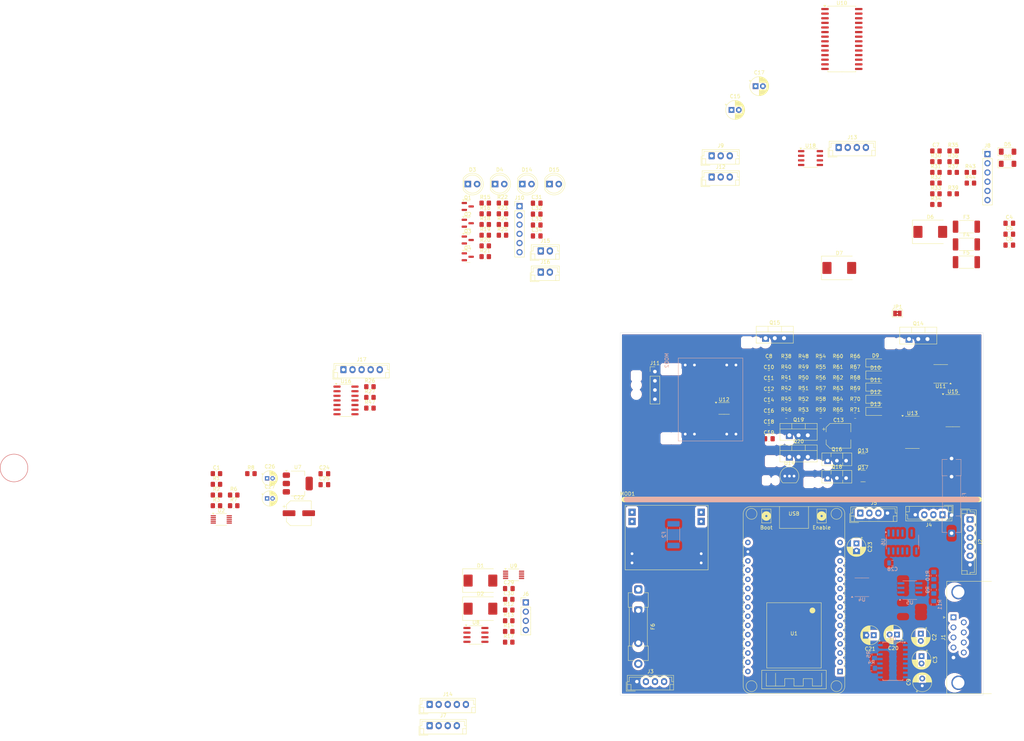
<source format=kicad_pcb>
(kicad_pcb (version 20240108) (generator "pcbnew") (generator_version "8.0")
  (layers (0 "F.Cu" signal) (31 "B.Cu" signal) (34 "B.Paste" user) (35 "F.Paste" user) (36 "B.SilkS" user "B.Silkscreen") (37 "F.SilkS" user "F.Silkscreen") (38 "B.Mask" user) (39 "F.Mask" user) (44 "Edge.Cuts" user))
  (net 0 "")
  (net 1 "GND")
  (net 2 "VOLTAGE_BATT_12V")
  (net 3 "VREF_2V5")
  (net 4 "Net-(U13A--)")
  (net 5 "+5V")
  (net 6 "Net-(U13B--)")
  (net 7 "Net-(U18B-+)")
  (net 8 "Net-(Q19-B)")
  (net 9 "Net-(Q20-B)")
  (net 10 "TEMP_HEAT_SINK_12V")
  (net 11 "TEMP_HEAT_SINK_24V")
  (net 12 "TEMP_AKU_24V")
  (net 13 "TEMP_AKU_12V")
  (net 14 "Net-(J13-Pin_1)")
  (net 15 "Net-(J13-Pin_2)")
  (net 16 "Net-(Q13-C)")
  (net 17 "Net-(Q16-B)")
  (net 18 "Net-(Q17-C)")
  (net 19 "Net-(Q17-B)")
  (net 20 "Net-(Q18-B)")
  (net 21 "Net-(Q19-E)")
  (net 22 "Net-(Q20-E)")
  (net 23 "BALANCE_ON_24V")
  (net 24 "BALANCE_ON_12V")
  (net 25 "Net-(J9-Pin_3)")
  (net 26 "Net-(J9-Pin_2)")
  (net 27 "Net-(J12-Pin_3)")
  (net 28 "PWM_OUT1")
  (net 29 "Net-(U18B--)")
  (net 30 "PWM_OUT2")
  (net 31 "R_shunt")
  (net 32 "7_SEG_DISP_CLOCK")
  (net 33 "+3V3")
  (net 34 "Net-(MOD1-OUT+)")
  (net 35 "Net-(U1-EN)")
  (net 36 "7_SEG_DISP_LATCH")
  (net 37 "Net-(U3-T1IN)")
  (net 38 "Net-(U3-R1IN)")
  (net 40 "Net-(J2-Pin_2)")
  (net 42 "Net-(J2-Pin_3)")
  (net 43 "SDA_ESP")
  (net 44 "Net-(J2-Pin_4)")
  (net 45 "Net-(J2-Pin_5)")
  (net 46 "CLOCK_ESP")
  (net 47 "Net-(J7-Pin_4)")
  (net 48 "INVERTER_TX")
  (net 49 "Net-(J7-Pin_3)")
  (net 50 "CO2_SENSOR")
  (net 51 "7_SEG_DISP_DATA")
  (net 52 "METER_GRID_TX")
  (net 53 "LCD_DISP_DATA")
  (net 54 "H2_SENSOR")
  (net 55 "RS485_TX_ESP")
  (net 56 "RST")
  (net 57 "/RS485_B")
  (net 58 "/RS485_A")
  (net 59 "SDA")
  (net 60 "CLOCK")
  (net 61 "RS485_OUTPUT_ENABLE")
  (net 62 "RS232_RX")
  (net 63 "RS232_TX")
  (net 64 "METER_PV_RX")
  (net 65 "INVERTER_RX")
  (net 66 "LCD_DISP_LATCH")
  (net 67 "METER_GRID_RX")
  (net 68 "METER_PV_TX")
  (net 69 "METER_MAIN_TX")
  (net 70 "PGD")
  (net 71 "PGC")
  (net 72 "DBG_UART")
  (net 73 "Net-(D8-K)")
  (net 74 "+BATT_12V")
  (net 75 "GNDA")
  (net 76 "Net-(D9-K)")
  (net 77 "Net-(MOD2-OUT+)")
  (net 78 "+BATT_24V")
  (net 79 "Net-(J12-Pin_2)")
  (net 80 "Net-(Q13-B)")
  (net 81 "Net-(Q14-E)")
  (net 82 "Net-(Q14-B)")
  (net 83 "Net-(Q15-B)")
  (net 84 "Net-(Q15-E)")
  (net 86 "METER_MAIN_RX")
  (net 87 "DISP_DATA")
  (net 88 "Net-(J3-Pin_2)")
  (net 90 "Net-(J3-Pin_3)")
  (net 93 "Net-(U3-C1+)")
  (net 94 "Net-(U3-C1-)")
  (net 95 "Net-(U3-C2+)")
  (net 96 "Net-(U3-C2-)")
  (net 97 "Net-(U3-VS-)")
  (net 98 "Net-(U3-VS+)")
  (net 99 "Net-(J2-Pin_1)")
  (net 100 "Net-(J3-Pin_4)")
  (net 101 "/INV_RX_RS232")
  (net 104 "/INV_TX_RS232")
  (net 109 "Net-(J4-Pin_2)")
  (net 110 "Net-(J4-Pin_3)")
  (net 111 "Net-(J5-Pin_3)")
  (net 112 "Net-(J5-Pin_2)")
  (net 117 "RS485_OUTPUT_ENABLE_ESP")
  (net 118 "DISP_CLOCK")
  (net 119 "DISP_LATCH")
  (net 120 "RS485_RX_ESP")
  (net 121 "RS232_RX_ESP")
  (net 122 "RS232_TX_ESP")
  (net 124 "+12V")
  (net 125 "Net-(U18A-+)")
  (net 126 "Net-(U15C--)")
  (net 127 "Net-(U15D--)")
  (net 128 "Net-(U15B--)")
  (net 129 "Net-(U15A--)")
  (net 130 "Net-(U18A--)")
  (net 131 "Net-(U13C--)")
  (net 132 "Net-(U13D--)")
  (net 133 "Net-(J15-Pin_1)")
  (net 134 "Net-(J16-Pin_1)")
  (net 135 "Net-(D3-A)")
  (net 136 "Net-(D4-A)")
  (net 137 "Net-(D14-A)")
  (net 138 "Net-(D15-A)")
  (net 139 "RB1")
  (net 140 "RC0")
  (net 141 "RB0")
  (net 142 "RA7")
  (net 143 "Net-(Q1-B)")
  (net 144 "Net-(Q1-C)")
  (net 145 "Net-(Q2-C)")
  (net 146 "Net-(Q2-B)")
  (net 147 "Net-(Q3-C)")
  (net 148 "Net-(Q3-B)")
  (net 149 "Net-(Q4-B)")
  (net 150 "Net-(Q4-C)")
  (net 151 "Net-(R15-Pad2)")
  (net 152 "Net-(R16-Pad2)")
  (net 153 "LED1")
  (net 154 "LED2")
  (net 155 "LCD_DISP_CLOCK")
  (net 156 "Net-(Q5-B)")
  (net 157 "BUZZER")
  (net 158 "Net-(D17-K)")
  (net 159 "Net-(J19-Pin_2)")
  (net 160 "GAMA_METER_LED")
  (footprint "Package_SO:SOIC-14_3.9x8.7mm_P1.27mm" (layer "F.Cu") (at 258.65 51.515)
    (property "Reference" "U15")
    (property "Value" "LM324")
  )
  (footprint "Capacitor_THT:CP_Radial_D5.0mm_P2.00mm" (layer "F.Cu") (at 197.67455 -31.4)
    (property "Reference" "C15")
    (property "Value" "47u")
  )
  (footprint "Resistor_SMD:R_0805_2012Metric_Pad1.20x1.40mm_HandSolder" (layer "F.Cu") (at 217.5 38.15)
    (property "Reference" "R48")
    (property "Value" "0R")
  )
  (footprint "Resistor_SMD:R_0805_2012Metric_Pad1.20x1.40mm_HandSolder" (layer "F.Cu") (at 227 52.9)
    (property "Reference" "R65")
    (property "Value" "3k")
  )
  (footprint "Connector_JST:JST_EH_B2B-EH-A_1x02_P2.50mm_Vertical" (layer "F.Cu") (at 145.125 7.475)
    (property "Reference" "J15")
    (property "Value" "FAN1")
  )
  (footprint "Package_TO_SOT_SMD:SOT-23" (layer "F.Cu") (at 125.005 -4.79)
    (property "Reference" "Q1")
    (property "Value" "BC817")
  )
  (footprint "Resistor_SMD:R_0805_2012Metric_Pad1.20x1.40mm_HandSolder" (layer "F.Cu") (at 217.5 52.9)
    (property "Reference" "R53")
    (property "Value" "10k")
  )
  (footprint "Package_SO:VSSOP-10_3x3mm_P0.5mm" (layer "F.Cu") (at 137.63 96.775)
    (property "Reference" "U9")
    (property "Value" "INA226")
  )
  (footprint "Diode_SMD:D_SMC" (layer "F.Cu") (at 227.375 12.16)
    (property "Reference" "D7")
    (property "Value" "D_TVS")
  )
  (footprint "Capacitor_SMD:C_0805_2012Metric_Pad1.18x1.45mm_HandSolder" (layer "F.Cu") (at 207.97 53.23)
    (property "Reference" "C16")
    (property "Value" "100n")
  )
  (footprint "Resistor_SMD:R_0805_2012Metric_Pad1.20x1.40mm_HandSolder" (layer "F.Cu") (at 212.75 47)
    (property "Reference" "R42")
    (property "Value" "0R1")
  )
  (footprint "Connector_JST:JST_EH_B2B-EH-A_1x02_P2.50mm_Vertical" (layer "F.Cu") (at 145.125 13.325)
    (property "Reference" "J16")
    (property "Value" "FAN2")
  )
  (footprint "Jumper:SolderJumper-2_P1.3mm_Bridged2Bar_Pad1.0x1.5mm" (layer "F.Cu") (at 243.375 24.705)
    (property "Reference" "JP1")
    (property "Value" "GND_Bridged")
  )
  (footprint "Package_TO_SOT_SMD:SOT-23" (layer "F.Cu") (at 233.92 69.55)
    (property "Reference" "Q17")
    (property "Value" "BC817")
  )
  (footprint "Resistor_SMD:R_0805_2012Metric_Pad1.20x1.40mm_HandSolder" (layer "F.Cu") (at 227 38.15)
    (property "Reference" "R60")
    (property "Value" "1k")
  )
  (footprint "Connector_JST:JST_EH_B4B-EH-A_1x04_P2.50mm_Vertical" (layer "F.Cu") (at 227.195 -21.05)
    (property "Reference" "J13")
    (property "Value" "DC_RAIL")
  )
  (footprint "Resistor_SMD:R_0805_2012Metric_Pad1.20x1.40mm_HandSolder" (layer "F.Cu") (at 212.75 41.1)
    (property "Reference" "R40")
    (property "Value" "120R")
  )
  (footprint "Resistor_SMD:R_0805_2012Metric_Pad1.20x1.40mm_HandSolder" (layer "F.Cu") (at 231.75 49.95)
    (property "Reference" "R70")
    (property "Value" "0R")
  )
  (footprint "Resistor_SMD:R_0805_2012Metric_Pad1.20x1.40mm_HandSolder" (layer "F.Cu") (at 65.275 68.865)
    (property "Reference" "R8")
    (property "Value" "510R")
  )
  (footprint "Resistor_SMD:R_0805_2012Metric_Pad1.20x1.40mm_HandSolder" (layer "F.Cu") (at 136.3 106.48)
    (property "Reference" "R12")
    (property "Value" "510R")
  )
  (footprint "Resistor_SMD:R_0805_2012Metric_Pad1.20x1.40mm_HandSolder" (layer "F.Cu") (at 253.995 -14.185)
    (property "Reference" "R31")
    (property "Value" "6k8")
  )
  (footprint "Package_TO_SOT_THT:TO-126-3_Vertical" (layer "F.Cu") (at 224.16 65.3)
    (property "Reference" "Q16")
    (property "Value" "BD238")
  )
  (footprint "Resistor_SMD:R_0805_2012Metric_Pad1.20x1.40mm_HandSolder" (layer "F.Cu") (at 129.825 -2.765)
    (property "Reference" "R16")
    (property "Value" "0R")
  )
  (footprint "Connector_JST:JST_EH_B4B-EH-A_1x04_P2.50mm_Vertical" (layer "F.Cu") (at 233.15 79.75)
    (property "Reference" "J5")
    (property "Value" "Conn_01x04")
  )
  (footprint "Capacitor_SMD:C_0805_2012Metric_Pad1.18x1.45mm_HandSolder" (layer "F.Cu") (at 144.005 3.345)
    (property "Reference" "C34")
    (property "Value" "100n")
  )
  (footprint "Capacitor_SMD:C_0805_2012Metric_Pad1.18x1.45mm_HandSolder" (layer "F.Cu") (at 274.205 -0.155)
    (property "Reference" "C4")
    (property "Value" "100n")
  )
  (footprint "Connector_JST:JST_EH_B3B-EH-A_1x03_P2.50mm_Vertical" (layer "F.Cu") (at 192.195 -12.9)
    (property "Reference" "J12")
    (property "Value" "Conn_01x03")
  )
  (footprint "Resistor_SMD:R_0805_2012Metric_Pad1.20x1.40mm_HandSolder" (layer "F.Cu") (at 222.25 41.1)
    (property "Reference" "R55")
    (property "Value" "15k")
  )
  (footprint "Package_SO:SOIC-28W_7.5x17.9mm_P1.27mm" (layer "F.Cu") (at 228.075 -50.96)
    (property "Reference" "U10")
    (property "Value" "PIC16F886-IP")
  )
  (footprint "Resistor_SMD:R_0805_2012Metric_Pad1.20x1.40mm_HandSolder" (layer "F.Cu") (at 231.75 52.9)
    (property "Reference" "R71")
    (property "Value" "0R1")
  )
  (footprint "LED_THT:LED_D5.0mm" (layer "F.Cu") (at 125.035 -10.965)
    (property "Reference" "D3")
    (property "Value" "LED")
  )
  (footprint "Package_SO:SO-8_3.9x4.9mm_P1.27mm" (layer "F.Cu") (at 219.445 -18.13)
    (property "Reference" "U18")
    (property "Value" "LM358")
  )
  (footprint "Resistor_SMD:R_0805_2012Metric_Pad1.20x1.40mm_HandSolder" (layer "F.Cu") (at 258.745 -14.185)
    (property "Reference" "R37")
    (property "Value" "10k")
  )
  (footprint "Package_SO:VSSOP-10_3x3mm_P0.5mm" (layer "F.Cu") (at 57.105 81.49)
    (property "Reference" "U2")
    (property "Value" "INA226")
  )
  (footprint "Resistor_SMD:R_0805_2012Metric_Pad1.20x1.40mm_HandSolder" (layer "F.Cu") (at 222.25 52.9)
    (property "Reference" "R59")
    (property "Value" "15k")
  )
  (footprint "Resistor_SMD:R_0805_2012Metric_Pad1.20x1.40mm_HandSolder" (layer "F.Cu") (at 217.5 41.1)
    (property "Reference" "R49")
    (property "Value" "0R")
  )
  (footprint "Resistor_SMD:R_0805_2012Metric_Pad1.20x1.40mm_HandSolder" (layer "F.Cu") (at 129.825 3.135)
    (property "Reference" "R19")
    (property "Value" "220R")
  )
  (footprint "Resistor_SMD:R_0805_2012Metric_Pad1.20x1.40mm_HandSolder" (layer "F.Cu") (at 217.5 49.95)
    (property "Reference" "R52")
    (property "Value" "120R")
  )
  (footprint "Package_TO_SOT_SMD:SOT-223-3_TabPin2" (layer "F.Cu") (at 78.175 71.59)
    (property "Reference" "U7")
    (property "Value" "AMS1117-5.0")
  )
  (footprint "Capacitor_THT:CP_Radial_D5.0mm_P2.00mm" (layer "F.Cu") (at 236.855113 113.42 180)
    (property "Reference" "C21")
    (property "Value" "47u")
  )
  (footprint "Connector_JST:JST_EH_B5B-EH-A_1x05_P2.50mm_Vertical" (layer "F.Cu") (at 90.76 40.2)
    (property "Reference" "J17")
    (property "Value" "LCD_DISP")
  )
  (footprint "Resistor_SMD:R_0805_2012Metric_Pad1.20x1.40mm_HandSolder" (layer "F.Cu") (at 231.75 44.05)
    (property "Reference" "R68")
    (property "Value" "10K")
  )
  (footprint "Diode_SMD:D_MiniMELF" (layer "F.Cu") (at 273.74 -19.89)
    (property "Reference" "D5")
    (property "Value" "3V3")
  )
  (footprint "Diode_SMD:D_SMC" (layer "F.Cu") (at 128.505 106.1)
    (property "Reference" "D2")
    (property "Value" "D_TVS")
  )
  (footprint "Capacitor_SMD:CP_Elec_6.3x4.5" (layer "F.Cu") (at 227.15 58.45)
    (property "Reference" "C13")
    (property "Value" "10u")
  )
  (footprint "Resistor_SMD:R_0805_2012Metric_Pad1.20x1.40mm_HandSolder" (layer "F.Cu") (at 60.525 77.715)
    (property "Reference" "R7")
    (property "Value" "510R")
  )
  (footprint "Resistor_SMD:R_0805_2012Metric_Pad1.20x1.40mm_HandSolder" (layer "F.Cu") (at 129.825 6.085)
    (property "Reference" "R20")
    (property "Value" "10K")
  )
  (footprint "Package_SO:SOIC-8_3.9x4.9mm_P1.27mm" (layer "F.Cu") (at 255.315 41.37 180)
    (property "Reference" "U11")
    (property "Value" "ST485")
  )
  (footprint "Capacitor_THT:CP_Radial_D5.0mm_P2.00mm" (layer "F.Cu") (at 232.1 88.1 -90)
    (property "Reference" "C23")
    (property "Value" "22u")
  )
  (footprint "Capacitor_SMD:C_0805_2012Metric_Pad1.18x1.45mm_HandSolder" (layer "F.Cu") (at 85.505 68.895)
    (property "Reference" "C24")
    (property "Value" "100n")
  )
  (footprint "Package_TO_SOT_THT:TO-92_Inline" (layer "F.Cu") (at 212.36 69.55)
    (property "Reference" "U14")
    (property "Value" "TL431LP")
  )
  (footprint "Diode_SMD:D_SMC" (layer "F.Cu") (at 252.44 2.215)
    (property "Reference" "D6")
    (property "Value" "D_TVS")
  )
  (footprint "Resistor_SMD:R_0805_2012Metric_Pad1.20x1.40mm_HandSolder" (layer "F.Cu") (at 253.995 -8.285)
    (property "Reference" "R33")
    (property "Value" "510R")
  )
  (footprint "Fuse:Fuse_2512_6332Metric_Pad1.52x3.35mm_HandSolder" (layer "F.Cu") (at 262.385 5.675)
    (property "Reference" "F4")
    (property "Value" "6,3A")
  )
  (footprint "Resistor_SMD:R_0805_2012Metric_Pad1.20x1.40mm_HandSolder" (layer "F.Cu") (at 129.825 -5.715)
    (property "Reference" "R15")
    (property "Value" "0R")
  )
  (footprint "Resistor_SMD:R_0805_2012Metric_Pad1.20x1.40mm_HandSolder" (layer "F.Cu") (at 55.775 77.715)
    (property "Reference" "R3")
    (property "Value" "10k")
  )
  (footprint "Resistor_SMD:R_0805_2012Metric_Pad1.20x1.40mm_HandSolder" (layer "F.Cu") (at 55.775 68.865)
    (property "Reference" "C1")
    (property "Value" "100n")
  )
  (footprint "Capacitor_SMD:C_0805_2012Metric_Pad1.18x1.45mm_HandSolder" (layer "F.Cu") (at 144.005 -2.675)
    (property "Reference" "C32")
    (property "Value" "100n")
  )
  (footprint "Resistor_SMD:R_0805_2012Metric_Pad1.20x1.40mm_HandSolder" (layer "F.Cu") (at 222.25 49.95)
    (property "Reference" "R58")
    (property "Value" "15k")
  )
  (footprint "Diode_SMD:D_SMC" (layer "F.Cu") (at 128.505 98.35)
    (property "Reference" "D1")
    (property "Value" "D_TVS")
  )
  (footprint "Capacitor_SMD:C_0805_2012Metric_Pad1.18x1.45mm_HandSolder" (layer "F.Cu") (at 144.005 -5.685)
    (property "Reference" "C31")
    (property "Value" "100n")
  )
  (footprint "Resistor_SMD:R_0805_2012Metric_Pad1.20x1.40mm_HandSolder" (layer "F.Cu") (at 222.25 47)
    (property "Reference" "R57")
    (property "Value" "1k")
  )
  (footprint "Connector_JST:JST_EH_B5B-EH-A_1x05_P2.50mm_Vertical" (layer "F.Cu") (at 114.5 132.5)
    (property "Reference" "J14")
    (property "Value" "7SEG_DISP")
  )
  (footprint "Resistor_SMD:R_0805_2012Metric_Pad1.20x1.40mm_HandSolder" (layer "F.Cu") (at 231.75 41.1)
    (property "Reference" "R67")
    (property "Value" "10k")
  )
  (footprint "Resistor_SMD:R_0805_2012Metric_Pad1.20x1.40mm_HandSolder" (layer "F.Cu") (at 222.25 44.05)
    (property "Reference" "R56")
    (property "Value" "1k")
  )
  (footprint "Resistor_SMD:R_0805_2012Metric_Pad1.20x1.40mm_HandSolder" (layer "F.Cu") (at 227 49.95)
    (property "Reference" "R64")
    (property "Value" "10k")
  )
  (footprint "My-Footprints:esp32_devkit_v1_doit" (layer "F.Cu") (at 214.89 123.41 180)
    (property "Reference" "U1")
    (property "Value" "ESP32_DevKit_V1_DOIT")
  )
  (footprint "Capacitor_SMD:C_0805_2012Metric_Pad1.18x1.45mm_HandSolder" (layer "F.Cu") (at 207.97 50.22)
    (property "Reference" "C14")
    (property "Value" "100n")
  )
  (footprint "Capacitor_THT:CP_Radial_D5.0mm_P2.00mm" (layer "F.Cu") (at 204.314325 -37.95)
    (property "Reference" "C17")
    (property "Value" "47u/16V")
  )
  (footprint "Resistor_SMD:R_0805_2012Metric_Pad1.20x1.40mm_HandSolder" (layer "F.Cu") (at 212.75 49.95)
    (property "Reference" "R45")
    (property "Value" "10k")
  )
  (footprint "Resistor_SMD:R_0805_2012Metric_Pad1.20x1.40mm_HandSolder" (layer "F.Cu") (at 55.775 74.765)
    (property "Reference" "R2")
    (property "Value" "10k")
  )
  (footprint "Resistor_SMD:R_0805_2012Metric_Pad1.20x1.40mm_HandSolder" (layer "F.Cu") (at 212.75 38.15)
    (property "Reference" "R38")
    (property "Value" "120R")
  )
  (footprint "Resistor_SMD:R_0805_2012Metric_Pad1.20x1.40mm_HandSolder" (layer "F.Cu") (at 258.745 -20.085)
    (property "Reference" "R35")
    (property "Value" "510R")
  )
  (footprint "Connector_PinHeader_2.54mm:PinHeader_1x06_P2.54mm_Vertical" (layer "F.Cu") (at 268.195 -19.235)
    (property "Reference" "J8")
    (property "Value" "ICP")
  )
  (footprint "Diode_SMD:D_MiniMELF" (layer "F.Cu") (at 237.345 51.705)
    (property "Reference" "D13")
    (property "Value" "3V3")
  )
  (footprint "Connector_PinHeader_2.54mm:PinHeader_1x06_P2.54mm_Vertical" (layer "F.Cu") (at 139.275 -4.865)
    (property "Reference" "J10")
    (property "Value" "UNUSED")
  )
  (footprint "Capacitor_SMD:C_0805_2012Metric_Pad1.18x1.45mm_HandSolder" (layer "F.Cu") (at 207.97 47.21)
    (property "Reference" "C12")
    (property "Value" "100n")
  )
  (footprint "Connector_JST:JST_EH_B4B-EH-A_1x04_P2.50mm_Vertical" (layer "F.Cu") (at 114.5 138.35)
    (property "Reference" "J7")
    (property "Value" "BATTERY_SHUNT")
  )
  (footprint "Package_TO_SOT_THT:TO-126-3_Vertical" (layer "F.Cu") (at 224.16 70.1)
    (property "Reference" "Q18")
    (property "Value" "BD238")
  )
  (footprint "Resistor_SMD:R_0805_2012Metric_Pad1.20x1.40mm_HandSolder" (layer "F.Cu") (at 231.75 47)
    (property "Reference" "R69")
    (property "Value" "3K")
  )
  (footprint "Resistor_SMD:R_0805_2012Metric_Pad1.20x1.40mm_HandSolder" (layer "F.Cu") (at 253.995 -5.335)
    (property "Reference" "R34")
    (property "Value" "120R")
  )
  (footprint "Diode_SMD:D_MiniMELF" (layer "F.Cu") (at 237.345 41.685)
    (property "Reference" "D10")
    (property "Value" "3V3")
  )
  (footprint "Connector_JST:JST_EH_B6B-EH-A_1x06_P2.50mm_Vertical" (layer "F.Cu") (at 263.4 81.5 -90)
    (property "Reference" "J2")
    (property "Value" "POZYTON_METER")
  )
  (footprint "Capacitor_SMD:C_0805_2012Metric_Pad1.18x1.45mm_HandSolder" (layer "F.Cu") (at 207.97 56.24)
    (property "Reference" "C18")
    (property "Value" "100n")
  )
  (footprint "Capacitor_THT:CP_Radial_D4.0mm_P1.50mm" (layer "F.Cu") (at 69.729801 75.715)
    (property "Reference" "C27")
    (property "Value" "100u")
  )
  (footprint "Resistor_SMD:R_0805_2012Metric_Pad1.20x1.40mm_HandSolder" (layer "F.Cu") (at 134.575 -5.715)
    (property "Reference" "R22")
    (property "Value" "10K")
  )
  (footprint "Capacitor_THT:CP_Radial_D5.0mm_P2.00mm" (layer "F.Cu") (at 250.225 127.350111 90)
    (property "Reference" "C9")
    (property "Value" "10u")
  )
  (footprint "Diode_SMD:D_MiniMELF" (layer "F.Cu") (at 237.345 45.025)
    (property "Reference" "D11")
    (property "Value" "3V3")
  )
  (footprint "Package_TO_SOT_THT:TO-220-3_Vertical" (layer "F.Cu") (at 207.055 31.52)
    (property "Reference" "Q15")
    (property "Value" "NPN")
  )
  (footprint "Diode_SMD:D_MiniMELF" (layer "F.Cu") (at 237.345 48.365)
    (property "Reference" "D12")
    (property "Value" "3V3")
  )
  (footprint "Capacitor_THT:CP_Radial_D5.0mm_P2.00mm" (layer "F.Cu") (at 249.825 112.995 -90)
    (property "Reference" "C2")
    (property "Value" "10u")
  )
  (footprint "Package_TO_SOT_SMD:SOT-23" (layer "F.Cu") (at 233.92 64.925)
    (property "Reference" "Q13")
    (property "Value" "BC817")
  )
  (footprint "Capacitor_SMD:CP_Elec_6.3x4.5" (layer "F.Cu") (at 78.475 79.785)
    (property "Reference" "C22")
    (property "Value" "100n")
  )
  (footprint "Resistor_SMD:R_0805_2012Metric_Pad1.20x1.40mm_HandSolder" (layer "F.Cu") (at 217.5 44.05)
    (property "Reference" "R50")
    (property "Value" "120R")
  )
  (footprint "LED_THT:LED_D5.0mm" (layer "F.Cu") (at 132.535 -10.965)
    (property "Reference" "D4")
    (property "Value" "LED")
  )
  (footprint "Capacitor_THT:CP_Radial_D5.0mm_P2.00mm" (layer "F.Cu") (at 250.025 119.195 -90)
    (property "Reference" "C3")
    (property "Value" "10u")
  )
  (footprint "Resistor_SMD:R_0805_2012Metric_Pad1.20x1.40mm_HandSolder" (layer "F.Cu") (at 129.825 9.035)
    (property "Reference" "R21")
    (property "Value" "10K")
  )
  (footprint "Capacitor_SMD:C_0805_2012Metric_Pad1.18x1.45mm_HandSolder" (layer "F.Cu") (at 144.005 0.335)
    (property "Reference" "C33")
    (property "Value" "100n")
  )
  (footprint "Resistor_SMD:R_0805_2012Metric_Pad1.20x1.40mm_HandSolder" (layer "F.Cu") (at 136.3 103.53)
    (property "Reference" "C30")
    (property "Value" "100n")
  )
  (footprint "Capacitor_THT:CP_Radial_D4.0mm_P1.50mm" (layer "F.Cu") (at 69.729801 70.165)
    (property "Reference" "C26")
    (property "Value" "22u")
  )
  (footprint "Resistor_SMD:R_0805_2012Metric_Pad1.20x1.40mm_HandSolder" (layer "F.Cu") (at 98.06 47.85)
    (property "Reference" "R27")
    (property "Value" "2,4k")
  )
  (footprint "LED_THT:LED_D5.0mm" (layer "F.Cu") (at 140.035 -10.965)
    (property "Reference" "D14")
    (property "Value" "LED")
  )
  (footprint "Package_TO_SOT_THT:TO-220-3_Vertical" (layer "F.Cu") (at 213.61 58.3)
    (property "Reference" "Q19")
    (property "Value" "NPN")
  )
  (footprint "Diode_SMD:D_MiniMELF" (layer "F.Cu") (at 237.345 38.345)
    (property "Reference" "D9")
    (property "Value" "3V3")
  )
  (footprint "Capacitor_SMD:C_0805_2012Metric_Pad1.18x1.45mm_HandSolder" (layer "F.Cu") (at 85.505 71.905)
    (property "Reference" "C25")
    (property "Value" "100n")
  )
  (footprint "Package_TO_SOT_THT:TO-220-3_Vertical" (layer "F.Cu") (at 213.61 64.26)
    (property "Reference" "Q20")
    (property "Value" "NPN")
  )
  (footprint "Capacitor_THT:CP_Radial_D5.0mm_P2.00mm" (layer "F.Cu") (at 243.25 113.24 180)
    (property "Reference" "C20")
    (property "Value" "10u")
  )
  (footprint "Resistor_SMD:R_0805_2012Metric_Pad1.20x1.40mm_HandSolder" (layer "F.Cu") (at 134.575 3.135)
    (property "Reference" "R25")
    (property "Value" "220R")
  )
  (footprint "Resistor_SMD:R_0805_2012Metric_Pad1.20x1.40mm_HandSolder" (layer "F.Cu") (at 227 44.05)
    (property "Reference" "R62")
    (property "Value" "1k")
  )
  (footprint "Capacitor_SMD:C_0805_2012Metric_Pad1.18x1.45mm_HandSolder" (layer "F.Cu") (at 207.97 44.2)
    (property "Reference" "C11")
    (property "Value" "100n")
  )
  (footprint "Fuse:Fuseholder_Clip-5x20mm_Littelfuse_520_Inline_P20.50x5.80mm_D1.30mm_Horizontal" (layer "F.Cu") (at 172 100.8 -90)
    (property "Reference" "F6")
    (property "Value" "Fuse")
  )
  (footprint "Capacitor_SMD:C_0805_2012Metric_Pad1.18x1.45mm_HandSolder" (layer "F.Cu") (at 136.33 100.55)
    (property "Reference" "C29")
    (property "Value" "100n")
  )
  (footprint "Connector_PinHeader_2.54mm:PinHeader_1x04_P2.54mm_Vertical" (layer "F.Cu") (at 176.575 40.735)
    (property "Reference" "J11")
    (property "Value" "RS485")
  )
  (footprint "Package_SO:SOIC-8_3.9x4.9mm_P1.27mm" (layer "F.Cu") (at 127.26 113.33)
    (property "Reference" "U8")
    (property "Value" "ST485")
  )
  (footprint "Diode_SMD:D_MiniMELF" (layer "F.Cu") (at 273.74 -16.55)
    (property "Reference" "D8")
    (property "Value" "3V3")
  )
  (footprint "Fuse:Fuse_2512_6332Metric_Pad1.52x3.35mm_HandSolder" (layer "F.Cu") (at 262.385 0.785)
    (property "Reference" "F3")
    (property "Value" "2A")
  )
  (footprint "Resistor_SMD:R_0805_2012Metric_Pad1.20x1.40mm_HandSolder" (layer "F.Cu") (at 212.75 52.9)
    (property "Reference" "R46")
    (property "Value" "1k")
  )
  (footprint "Connector_Dsub:DSUB-9_Female_Horizontal_P2.77x2.84mm_EdgePinOffset7.70mm_Housed_MountingHolesOffset9.12mm" (layer "F.Cu") (at 258.824669 108.490331 90)
    (property "Reference" "J1")
    (property "Value" "DB9_Socket")
  )
  (footprint "Resistor_SMD:R_0805_2012Metric_Pad1.20x1.40mm_HandSolder" (layer "F.Cu") (at 136.3 115.33)
    (property "Reference" "R17")
    (property "Value" "2,5mR")
  )
  (footprint "Resistor_SMD:R_0805_2012Metric_Pad1.20x1.40mm_HandSolder" (layer "F.Cu") (at 136.3 109.43)
    (property "Reference" "R13")
    (property "Value" "120R")
  )
  (footprint "Package_SO:SOIC-14_3.9x8.7mm_P1.27mm" (layer "F.Cu") (at 91.46 48.685)
    (property "Reference" "U16")
    (property "Value" "74HC14")
  )
  (footprint "Resistor_SMD:R_0805_2012Metric_Pad1.20x1.40mm_HandSolder" (layer "F.Cu") (at 258.745 -17.135)
    (property "Reference" "R36")
    (property "Value" "10k")
  )
  (footprint "Fuse:Fuse_2512_6332Metric_Pad1.52x3.35mm_HandSolder" (layer "F.Cu") (at 262.385 10.565)
    (property "Reference" "F5")
    (property "Value" "6,3A")
  )
  (footprint "Resistor_SMD:R_0805_2012Metric_Pad1.20x1.40mm_HandSolder" (layer "F.Cu") (at 253.995 -17.135)
    (property "Reference" "R30")
    (property "Value" "10k")
  )
  (footprint "Package_SO:SOIC-14_3.9x8.7mm_P1.27mm" (layer "F.Cu") (at 247.5 57.5)
    (property "Reference" "U13")
    (property "Value" "LM324")
  )
  (footprint "Package_TO_SOT_SMD:SOT-23" (layer "F.Cu") (at 125.005 4.46)
    (property "Reference" "Q3")
    (property "Value" "BC817")
  )
  (footprint "Resistor_SMD:R_0805_2012Metric_Pad1.20x1.40mm_HandSolder" (layer "F.Cu") (at 263.495 -11.235)
    (property "Reference" "R44")
    (property "Value" "0R1")
  )
  (footprint "Connector_JST:JST_EH_B3B-EH-A_1x03_P2.50mm_Vertical" (layer "F.Cu") (at 192.195 -18.75)
    (property "Reference" "J9")
    (property "Value" "Conn_01x03")
  )
  (footprint "Resistor_SMD:R_0805_2012Metric_Pad1.20x1.40mm_HandSolder" (layer "F.Cu") (at 227 41.1)
    (property "Reference" "R61")
    (property "Value" "1k")
  )
  (footprint "Resistor_SMD:R_0805_2012Metric_Pad1.20x1.40mm_HandSolder" (layer "F.Cu") (at 136.3 112.38)
    (property "Reference" "R14")
    (property "Value" "510R")
  )
  (footprint "Capacitor_SMD:C_0805_2012Metric_Pad1.18x1.45mm_HandSolder" (layer "F.Cu") (at 274.205 5.865)
    (property "Reference" "C6")
    (property "Value" "100n")
  )
  (footprint "Resistor_SMD:R_0805_2012Metric_Pad1.20x1.40mm_HandSolder" (layer "F.Cu") (at 253.995 -20.085)
    (property "Reference" "C7")
    (property "Value" "100n")
  )
  (footprint "Resistor_SMD:R_0805_2012Metric_Pad1.20x1.40mm_HandSolder" (layer "F.Cu") (at 55.775 71.815)
    (property "Reference" "R1")
    (property "Value" "10k")
  )
  (footprint "Resistor_SMD:R_0805_2012Metric_Pad1.20x1.40mm_HandSolder" (layer "F.Cu") (at 134.575 0.185)
    (property "Reference" "R24")
    (property "Value" "10K")
  )
  (footprint "Connector_PinHeader_2.54mm:PinHeader_1x04_P2.54mm_Vertical" (layer "F.Cu") (at 141 104.38)
    (property "Reference" "J6")
    (property "Value" "RS485")
  )
  (footprint "Resistor_SMD:R_0805_2012Metric_Pad1.20x1.40mm_HandSolder" (layer "F.Cu") (at 98.06 44.9)
    (property "Reference" "R26")
    (property "Value" "10k")
  )
  (footprint "Resistor_SMD:R_0805_2012Metric_Pad1.20x1.40mm_HandSolder" (layer "F.Cu") (at 258.745 -8.285)
    (property "Reference" "R39")
    (property "Value" "120R")
  )
  (footprint "Capacitor_SMD:C_0805_2012Metric_Pad1.18x1.45mm_HandSolder" (layer "F.Cu") (at 274.205 2.855)
    (property "Reference" "C5")
    (property "Value" "100n")
  )
  (footprint "Capacitor_SMD:C_0805_2012Metric_Pad1.18x1.45mm_HandSolder" (layer "F.Cu") (at 207.97 41.19)
    (property "Reference" "C10")
    (property "Value" "100n")
  )
  (footprint "My-Footprints:MP1504_Mini_3A_Step_Down_Conv" (layer "F.Cu") (at 168.365 77.605)
    (property "Reference" "MOD1")
    (property "Value" "LM2596-Step-Down")
  )
  (footprint "Resistor_SMD:R_0805_2012Metric_Pad1.20x1.40mm_HandSolder" (layer "F.Cu") (at 217.5 47)
    (property "Reference" "R51")
    (property "Value" "120R")
  )
  (footprint "Package_SO:VSSOP-10_3x3mm_P0.5mm" (layer "F.Cu") (at 195.625 50.895)
    (property "Reference" "U12")
    (property "Value" "INA226")
  )
  (footprint "Resistor_SMD:R_0805_2012Metric_Pad1.20x1.40mm_HandSolder" (layer "F.Cu") (at 212.75 44.05)
    (property "Reference" "R41")
    (property "Value" "0R")
  )
  (footprint "Connector_JST:JST_EH_B4B-EH-A_1x04_P2.50mm_Vertical" (layer "F.Cu") (at 255.8 80.2 180)
    (property "Reference" "J4")
    (property "Value" "Conn_01x04")
  )
  (footprint "Resistor_SMD:R_0805_2012Metric_Pad1.20x1.40mm_HandSolder" (layer "F.Cu") (at 263.495 -14.185)
    (property "Reference" "R43")
    (property "Value" "0R1")
  )
  (footprint "Package_TO_SOT_THT:TO-220-3_Vertical" (layer "F.Cu") (at 246.585 31.77)
    (property "Reference" "Q14")
    (property "Value" "NPN")
  )
  (footprint "LED_THT:LED_D5.0mm" (layer "F.Cu") (at 147.535 -10.965)
    (property "Reference" "D15")
    (property "Value" "LED")
  )
  (footprint "Capacitor_SMD:C_0805_2012Metric_Pad1.18x1.45mm_HandSolder" (layer "F.Cu") (at 207.97 38.18)
    (property "Reference" "C8")
    (property "Value" "100n")
  )
  (footprint "Resistor_SMD:R_0805_2012Metric_Pad1.20x1.40mm_HandSolder" (layer "F.Cu") (at 98.06 50.8)
    (property "Reference" "R47")
    (property "Value" "10k")
  )
  (footprint "Resistor_SMD:R_0805_2012Metric_Pad1.20x1.40mm_HandSolder" (layer "F.Cu") (at 231.75 38.15)
    (property "Reference" "R66")
    (property "Value" "1k")
  )
  (footprint "Resistor_SMD:R_0805_2012Metric_Pad1.20x1.40mm_HandSolder" (layer "F.Cu") (at 222.25 38.15)
    (property "Reference" "R54")
    (property "Value" "15k")
  )
  (footprint "Connector_JST:JST_EH_B4B-EH-A_1x04_P2.50mm_Vertical" (layer "F.Cu") (at 171.6 126.2)
    (property "Reference" "J3")
    (property "Value" "BATTERY_SHUNT")
  )
  (footprint "Resistor_SMD:R_0805_2012Metric_Pad1.20x1.40mm_HandSolder" (layer "F.Cu") (at 227 47)
    (property "Reference" "R63")
    (property "Value" "10k")
  )
  (footprint "Resistor_SMD:R_0805_2012Metric_Pad1.20x1.40mm_HandSolder" (layer "F.Cu") (at 129.825 0.185)
    (property "Reference" "R18")
    (property "Value" "220R")
  )
  (footprint "Resistor_SMD:R_0805_2012Metric_Pad1.20x1.40mm_HandSolder" (layer "F.Cu") (at 134.575 -2.765)
    (property "Reference" "R23")
    (property "Value" "220R")
  )
  (footprint "Package_TO_SOT_SMD:SOT-23" (layer "F.Cu") (at 125.005 9.085)
    (property "Reference" "Q4")
    (property "Value" "BC817")
  )
  (footprint "Resistor_SMD:R_0805_2012Metric_Pad1.20x1.40mm_HandSolder" (layer "F.Cu") (at 253.995 -11.235)
    (property "Reference" "R32")
    (property "Value" "1k3")
  )
  (footprint "Package_TO_SOT_SMD:SOT-23" (layer "F.Cu") (at 125.005 -0.165)
    (property "Reference" "Q2")
    (property "Value" "BC817")
  )
  (footprint "Capacitor_SMD:C_0805_2012Metric_Pad1.18x1.45mm_HandSolder" (layer "F.Cu") (at 207.97 59.25)
    (property "Reference" "C19")
    (property "Value" "100n")
  )
  (footprint "Resistor_SMD:R_0805_2012Metric_Pad1.20x1.40mm_HandSolder" (layer "F.Cu") (at 60.525 74.765)
    (property "Reference" "R6")
    (property "Value" "120R")
  )
  (footprint "My-Footprints:MP1504_Mini_3A_Step_Down_Conv" (layer "B.Cu") (at 183.02 37.02 -90)
    (property "Reference" "MOD2")
    (property "Value" "LM2596-Step-Down")
  )
  (footprint "Package_SO:SOIC-8_3.9x4.9mm_P1.27mm" (layer "B.Cu") (at 246.8 101)
    (property "Reference" "U5")
    (property "Value" "ST485EBDR")
  )
  (footprint "Fuse:Fuseholder_Clip-5x20mm_Littelfuse_519_Inline_P20.60x5.00mm_D1.00mm_Horizontal" (layer "B.Cu") (at 258.3 85.3 90)
    (property "Reference" "F1")
    (property "Value" "Fuse")
  )
  (footprint "Resistor_SMD:R_0805_2012Metric_Pad1.20x1.40mm_HandSolder" (layer "B.Cu") (at 236.2 122.52 180)
    (property "Reference" "R4")
    (property "Value" "1k")
  )
  (footprint "Resistor_SMD:R_0805_2012Metric_Pad1.20x1.40mm_HandSolder" (layer "B.Cu") (at 237.1 118.72 -90)
    (property "Reference" "R5")
    (property "Value" "1k")
  )
  (footprint "Package_SO:SOIC-16W_5.3x10.2mm_P1.27mm" (layer "B.Cu") (at 242.125 120.595 180)
    (property "Reference" "U3")
    (property "Value" "MAX232")
  )
  (footprint "Resistor_SMD:R_0805_2012Metric_Pad1.20x1.40mm_HandSolder" (layer "B.Cu") (at 253.4 97 -90)
    (property "Reference" "R10")
    (property "Value" "120R")
  )
  (footprint "Package_SO:SOIC-8_3.9x4.9mm_P1.27mm" (layer "B.Cu") (at 233.6 100.2)
    (property "Reference" "U4")
    (property "Value" "ST485EBDR")
  )
  (footprint "Resistor_SMD:R_0805_2012Metric_Pad1.20x1.40mm_HandSolder" (layer "B.Cu") (at 253.4 100.9 -90)
    (property "Reference" "R9")
    (property "Value" "510R")
  )
  (footprint "Resistor_SMD:R_0805_2012Metric_Pad1.20x1.40mm_HandSolder" (layer "B.Cu") (at 253.4 105 90)
    (property "Reference" "R11")
    (property "Value" "510R")
  )
  (footprint "Capacitor_SMD:C_0805_2012Metric" (layer "B.Cu") (at 242.0375 93.5)
    (property "Reference" "C28")
    (property "Value" "100n")
  )
  (footprint "Fuse:Fuse_2512_6332Metric_Pad1.52x3.35mm_HandSolder" (layer "B.Cu") (at 181.7 85.7 -90)
    (property "Reference" "F2")
    (property "Value" "2A")
  )
  (footprint "Package_SO:SOIC-14_3.9x8.7mm_P1.27mm" (layer "B.Cu") (at 244.7775 87.7225 -90)
    (property "Reference" "U6")
    (property "Value" "74HC14")
  )
  (gr_circle (center 0 67.31) (end 3.81 67.31) (stroke (width 0.1)) (fill none) (layer "F.Cu"))
  (gr_line (start 265.26 76) (end 168.74 76) (stroke (width 1.5)) (layer "B.SilkS"))
  (gr_line (start 168.105 76) (end 265.895 76) (stroke (width 1.5)) (layer "F.SilkS"))
  (gr_rect (start 167 30) (end 267 130) (stroke (width 0.05)) (fill none) (layer "Edge.Cuts"))
  (zone (net 1) (net_name "GND") (layer "F.Cu") (connect_pads (clearance 0.7)) (min_thickness 0.25) (fill yes (thermal_gap 0.5) (thermal_bridge_width 0.5))
    (polygon (pts (xy 163.83 27.178) (xy 165.0492 131.4704) (xy 268.7828 131.2164) (xy 268.0716 28.194)))
  )
  (zone (net 1) (net_name "GND") (layer "B.Cu") (priority 1) (connect_pads yes (clearance 0.7)) (min_thickness 0.25) (fill yes (thermal_gap 0.5) (thermal_bridge_width 0.5))
    (polygon (pts (xy 164.0332 28.6004) (xy 267.1064 30.0228) (xy 268.6812 131.2164) (xy 165.1508 131.6228)))
  )
)
</source>
